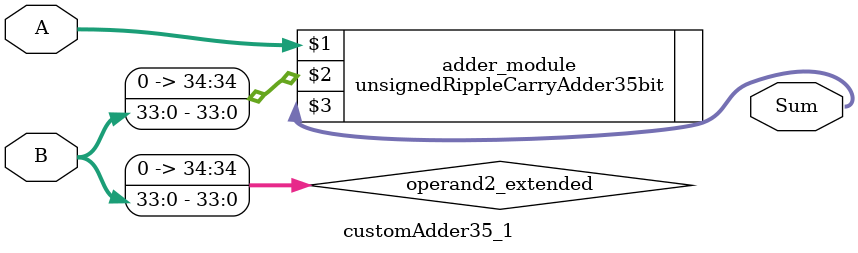
<source format=v>
module customAdder35_1(
                        input [34 : 0] A,
                        input [33 : 0] B,
                        
                        output [35 : 0] Sum
                );

        wire [34 : 0] operand2_extended;
        
        assign operand2_extended =  {1'b0, B};
        
        unsignedRippleCarryAdder35bit adder_module(
            A,
            operand2_extended,
            Sum
        );
        
        endmodule
        
</source>
